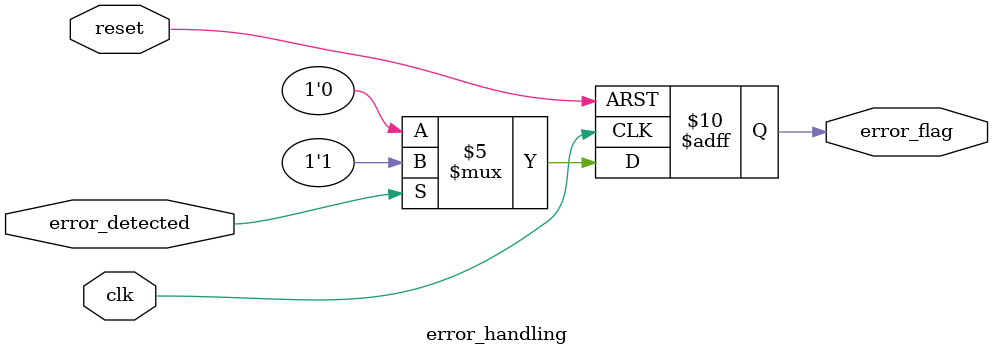
<source format=v>
module error_handling(
    input wire clk,
    input wire reset,
    input wire error_detected,
    output reg error_flag
);

    reg [7:0] error_counter;

    always @(posedge clk or posedge reset) begin
        if (reset) begin
            error_counter <= 0;
            error_flag <= 0;
        end else begin
            if (error_detected) begin
                error_counter <= error_counter + 1;
                error_flag <= 1;
            end else begin
                error_flag <= 0;
            end
            if (error_counter >= 255) begin
                // Enter bus-off state
                // TODO: Implementation-dependent actions
            end
        end
    end

endmodule
</source>
